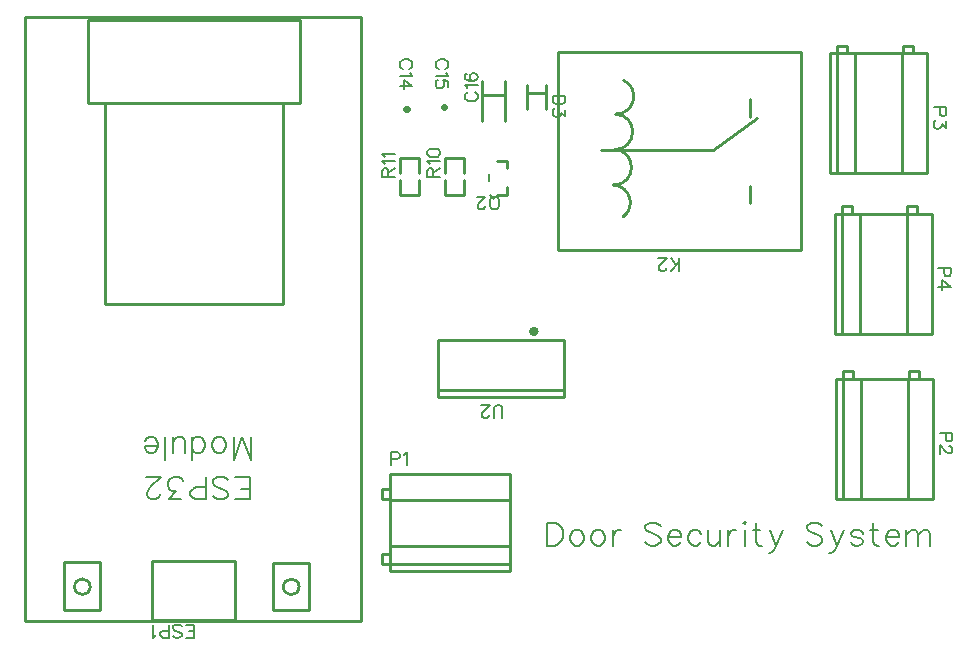
<source format=gto>
G04 Layer: TopSilkLayer*
G04 EasyEDA v6.4.20.6, 2021-07-28T17:52:38+05:30*
G04 7673a310b3b046d6880bcf56e2675785,cb7c4d428bdd4184835f340970a17a1a,10*
G04 Gerber Generator version 0.2*
G04 Scale: 100 percent, Rotated: No, Reflected: No *
G04 Dimensions in millimeters *
G04 leading zeros omitted , absolute positions ,4 integer and 5 decimal *
%FSLAX45Y45*%
%MOMM*%

%ADD10C,0.2540*%
%ADD22C,0.2000*%
%ADD23C,0.5588*%
%ADD24C,0.4000*%
%ADD25C,0.2032*%
%ADD26C,0.1524*%

%LPD*%
D25*
X7035800Y3392678D02*
G01*
X7035800Y3198876D01*
X7035800Y3392678D02*
G01*
X7100570Y3392678D01*
X7128256Y3383534D01*
X7146543Y3364992D01*
X7155941Y3346450D01*
X7165086Y3318763D01*
X7165086Y3272789D01*
X7155941Y3244850D01*
X7146543Y3226562D01*
X7128256Y3208020D01*
X7100570Y3198876D01*
X7035800Y3198876D01*
X7272274Y3328162D02*
G01*
X7253731Y3318763D01*
X7235190Y3300476D01*
X7226045Y3272789D01*
X7226045Y3254247D01*
X7235190Y3226562D01*
X7253731Y3208020D01*
X7272274Y3198876D01*
X7299959Y3198876D01*
X7318502Y3208020D01*
X7336790Y3226562D01*
X7346188Y3254247D01*
X7346188Y3272789D01*
X7336790Y3300476D01*
X7318502Y3318763D01*
X7299959Y3328162D01*
X7272274Y3328162D01*
X7453375Y3328162D02*
G01*
X7434834Y3318763D01*
X7416291Y3300476D01*
X7407147Y3272789D01*
X7407147Y3254247D01*
X7416291Y3226562D01*
X7434834Y3208020D01*
X7453375Y3198876D01*
X7481061Y3198876D01*
X7499350Y3208020D01*
X7517891Y3226562D01*
X7527290Y3254247D01*
X7527290Y3272789D01*
X7517891Y3300476D01*
X7499350Y3318763D01*
X7481061Y3328162D01*
X7453375Y3328162D01*
X7588250Y3328162D02*
G01*
X7588250Y3198876D01*
X7588250Y3272789D02*
G01*
X7597393Y3300476D01*
X7615936Y3318763D01*
X7634224Y3328162D01*
X7661909Y3328162D01*
X7994650Y3364992D02*
G01*
X7976108Y3383534D01*
X7948422Y3392678D01*
X7911338Y3392678D01*
X7883652Y3383534D01*
X7865109Y3364992D01*
X7865109Y3346450D01*
X7874508Y3328162D01*
X7883652Y3318763D01*
X7902193Y3309620D01*
X7957565Y3291078D01*
X7976108Y3281934D01*
X7985252Y3272789D01*
X7994650Y3254247D01*
X7994650Y3226562D01*
X7976108Y3208020D01*
X7948422Y3198876D01*
X7911338Y3198876D01*
X7883652Y3208020D01*
X7865109Y3226562D01*
X8055609Y3272789D02*
G01*
X8166354Y3272789D01*
X8166354Y3291078D01*
X8157209Y3309620D01*
X8147811Y3318763D01*
X8129270Y3328162D01*
X8101584Y3328162D01*
X8083295Y3318763D01*
X8064754Y3300476D01*
X8055609Y3272789D01*
X8055609Y3254247D01*
X8064754Y3226562D01*
X8083295Y3208020D01*
X8101584Y3198876D01*
X8129270Y3198876D01*
X8147811Y3208020D01*
X8166354Y3226562D01*
X8338058Y3300476D02*
G01*
X8319770Y3318763D01*
X8301227Y3328162D01*
X8273541Y3328162D01*
X8255000Y3318763D01*
X8236458Y3300476D01*
X8227313Y3272789D01*
X8227313Y3254247D01*
X8236458Y3226562D01*
X8255000Y3208020D01*
X8273541Y3198876D01*
X8301227Y3198876D01*
X8319770Y3208020D01*
X8338058Y3226562D01*
X8399018Y3328162D02*
G01*
X8399018Y3235705D01*
X8408415Y3208020D01*
X8426704Y3198876D01*
X8454390Y3198876D01*
X8472931Y3208020D01*
X8500618Y3235705D01*
X8500618Y3328162D02*
G01*
X8500618Y3198876D01*
X8561577Y3328162D02*
G01*
X8561577Y3198876D01*
X8561577Y3272789D02*
G01*
X8570975Y3300476D01*
X8589263Y3318763D01*
X8607806Y3328162D01*
X8635491Y3328162D01*
X8696452Y3392678D02*
G01*
X8705850Y3383534D01*
X8714993Y3392678D01*
X8705850Y3402076D01*
X8696452Y3392678D01*
X8705850Y3328162D02*
G01*
X8705850Y3198876D01*
X8803640Y3392678D02*
G01*
X8803640Y3235705D01*
X8812784Y3208020D01*
X8831325Y3198876D01*
X8849868Y3198876D01*
X8775954Y3328162D02*
G01*
X8840470Y3328162D01*
X8919972Y3328162D02*
G01*
X8975343Y3198876D01*
X9030970Y3328162D02*
G01*
X8975343Y3198876D01*
X8957056Y3161792D01*
X8938513Y3143250D01*
X8919972Y3134105D01*
X8910827Y3134105D01*
X9363456Y3364992D02*
G01*
X9344913Y3383534D01*
X9317227Y3392678D01*
X9280143Y3392678D01*
X9252458Y3383534D01*
X9234170Y3364992D01*
X9234170Y3346450D01*
X9243313Y3328162D01*
X9252458Y3318763D01*
X9271000Y3309620D01*
X9326372Y3291078D01*
X9344913Y3281934D01*
X9354058Y3272789D01*
X9363456Y3254247D01*
X9363456Y3226562D01*
X9344913Y3208020D01*
X9317227Y3198876D01*
X9280143Y3198876D01*
X9252458Y3208020D01*
X9234170Y3226562D01*
X9433559Y3328162D02*
G01*
X9488931Y3198876D01*
X9544304Y3328162D02*
G01*
X9488931Y3198876D01*
X9470390Y3161792D01*
X9452102Y3143250D01*
X9433559Y3134105D01*
X9424415Y3134105D01*
X9706863Y3300476D02*
G01*
X9697720Y3318763D01*
X9670034Y3328162D01*
X9642347Y3328162D01*
X9614661Y3318763D01*
X9605263Y3300476D01*
X9614661Y3281934D01*
X9632950Y3272789D01*
X9679177Y3263392D01*
X9697720Y3254247D01*
X9706863Y3235705D01*
X9706863Y3226562D01*
X9697720Y3208020D01*
X9670034Y3198876D01*
X9642347Y3198876D01*
X9614661Y3208020D01*
X9605263Y3226562D01*
X9795509Y3392678D02*
G01*
X9795509Y3235705D01*
X9804908Y3208020D01*
X9823450Y3198876D01*
X9841738Y3198876D01*
X9767824Y3328162D02*
G01*
X9832593Y3328162D01*
X9902697Y3272789D02*
G01*
X10013695Y3272789D01*
X10013695Y3291078D01*
X10004297Y3309620D01*
X9995154Y3318763D01*
X9976611Y3328162D01*
X9948925Y3328162D01*
X9930384Y3318763D01*
X9912095Y3300476D01*
X9902697Y3272789D01*
X9902697Y3254247D01*
X9912095Y3226562D01*
X9930384Y3208020D01*
X9948925Y3198876D01*
X9976611Y3198876D01*
X9995154Y3208020D01*
X10013695Y3226562D01*
X10074656Y3328162D02*
G01*
X10074656Y3198876D01*
X10074656Y3291078D02*
G01*
X10102341Y3318763D01*
X10120629Y3328162D01*
X10148570Y3328162D01*
X10166858Y3318763D01*
X10176256Y3291078D01*
X10176256Y3198876D01*
X10176256Y3291078D02*
G01*
X10203941Y3318763D01*
X10222229Y3328162D01*
X10250170Y3328162D01*
X10268458Y3318763D01*
X10277856Y3291078D01*
X10277856Y3198876D01*
D26*
X4040504Y2419985D02*
G01*
X4040504Y2528951D01*
X4040504Y2419985D02*
G01*
X3972940Y2419985D01*
X4040504Y2471801D02*
G01*
X3998849Y2471801D01*
X4040504Y2528951D02*
G01*
X3972940Y2528951D01*
X3866006Y2435479D02*
G01*
X3876420Y2425064D01*
X3891915Y2419985D01*
X3912743Y2419985D01*
X3928236Y2425064D01*
X3938650Y2435479D01*
X3938650Y2445893D01*
X3933570Y2456306D01*
X3928236Y2461640D01*
X3917822Y2466720D01*
X3886834Y2477135D01*
X3876420Y2482214D01*
X3871086Y2487548D01*
X3866006Y2497962D01*
X3866006Y2513456D01*
X3876420Y2523870D01*
X3891915Y2528951D01*
X3912743Y2528951D01*
X3928236Y2523870D01*
X3938650Y2513456D01*
X3831716Y2419985D02*
G01*
X3831716Y2528951D01*
X3831716Y2419985D02*
G01*
X3784981Y2419985D01*
X3769233Y2425064D01*
X3764152Y2430398D01*
X3758818Y2440812D01*
X3758818Y2456306D01*
X3764152Y2466720D01*
X3769233Y2471801D01*
X3784981Y2477135D01*
X3831716Y2477135D01*
X3724529Y2440812D02*
G01*
X3714115Y2435479D01*
X3698620Y2419985D01*
X3698620Y2528951D01*
D25*
X4514977Y3589146D02*
G01*
X4514977Y3783203D01*
X4514977Y3589146D02*
G01*
X4394834Y3589146D01*
X4514977Y3681603D02*
G01*
X4441063Y3681603D01*
X4514977Y3783203D02*
G01*
X4394834Y3783203D01*
X4204588Y3616832D02*
G01*
X4223131Y3598290D01*
X4250816Y3589146D01*
X4287647Y3589146D01*
X4315586Y3598290D01*
X4333875Y3616832D01*
X4333875Y3635375D01*
X4324731Y3653917D01*
X4315586Y3663061D01*
X4297045Y3672204D01*
X4241672Y3690746D01*
X4223131Y3699890D01*
X4213986Y3709288D01*
X4204588Y3727830D01*
X4204588Y3755517D01*
X4223131Y3773804D01*
X4250816Y3783203D01*
X4287647Y3783203D01*
X4315586Y3773804D01*
X4333875Y3755517D01*
X4143629Y3589146D02*
G01*
X4143629Y3783203D01*
X4143629Y3589146D02*
G01*
X4060570Y3589146D01*
X4032884Y3598290D01*
X4023486Y3607688D01*
X4014343Y3626230D01*
X4014343Y3653917D01*
X4023486Y3672204D01*
X4032884Y3681603D01*
X4060570Y3690746D01*
X4143629Y3690746D01*
X3934840Y3589146D02*
G01*
X3833240Y3589146D01*
X3888866Y3663061D01*
X3860927Y3663061D01*
X3842638Y3672204D01*
X3833240Y3681603D01*
X3824097Y3709288D01*
X3824097Y3727830D01*
X3833240Y3755517D01*
X3851783Y3773804D01*
X3879468Y3783203D01*
X3907154Y3783203D01*
X3934840Y3773804D01*
X3944238Y3764661D01*
X3953383Y3746119D01*
X3753993Y3635375D02*
G01*
X3753993Y3626230D01*
X3744595Y3607688D01*
X3735450Y3598290D01*
X3716909Y3589146D01*
X3680079Y3589146D01*
X3661536Y3598290D01*
X3652393Y3607688D01*
X3642995Y3626230D01*
X3642995Y3644519D01*
X3652393Y3663061D01*
X3670681Y3690746D01*
X3763136Y3783203D01*
X3633850Y3783203D01*
X4526915Y3920617D02*
G01*
X4526915Y4114419D01*
X4526915Y3920617D02*
G01*
X4453000Y4114419D01*
X4379086Y3920617D02*
G01*
X4453000Y4114419D01*
X4379086Y3920617D02*
G01*
X4379086Y4114419D01*
X4272152Y3985132D02*
G01*
X4290440Y3994530D01*
X4308983Y4012819D01*
X4318127Y4040504D01*
X4318127Y4059046D01*
X4308983Y4086732D01*
X4290440Y4105275D01*
X4272152Y4114419D01*
X4244466Y4114419D01*
X4225925Y4105275D01*
X4207383Y4086732D01*
X4198238Y4059046D01*
X4198238Y4040504D01*
X4207383Y4012819D01*
X4225925Y3994530D01*
X4244466Y3985132D01*
X4272152Y3985132D01*
X4026281Y3920617D02*
G01*
X4026281Y4114419D01*
X4026281Y4012819D02*
G01*
X4044822Y3994530D01*
X4063365Y3985132D01*
X4091050Y3985132D01*
X4109593Y3994530D01*
X4127881Y4012819D01*
X4137279Y4040504D01*
X4137279Y4059046D01*
X4127881Y4086732D01*
X4109593Y4105275D01*
X4091050Y4114419D01*
X4063365Y4114419D01*
X4044822Y4105275D01*
X4026281Y4086732D01*
X3965320Y3985132D02*
G01*
X3965320Y4077588D01*
X3956177Y4105275D01*
X3937634Y4114419D01*
X3909949Y4114419D01*
X3891406Y4105275D01*
X3863720Y4077588D01*
X3863720Y3985132D02*
G01*
X3863720Y4114419D01*
X3802761Y3920617D02*
G01*
X3802761Y4114419D01*
X3741800Y4040504D02*
G01*
X3631056Y4040504D01*
X3631056Y4022217D01*
X3640200Y4003675D01*
X3649599Y3994530D01*
X3667886Y3985132D01*
X3695827Y3985132D01*
X3714115Y3994530D01*
X3732656Y4012819D01*
X3741800Y4040504D01*
X3741800Y4059046D01*
X3732656Y4086732D01*
X3714115Y4105275D01*
X3695827Y4114419D01*
X3667886Y4114419D01*
X3649599Y4105275D01*
X3631056Y4086732D01*
D26*
X5715000Y3988815D02*
G01*
X5715000Y3879850D01*
X5715000Y3988815D02*
G01*
X5761736Y3988815D01*
X5777229Y3983736D01*
X5782563Y3978402D01*
X5787643Y3967987D01*
X5787643Y3952494D01*
X5782563Y3942079D01*
X5777229Y3937000D01*
X5761736Y3931665D01*
X5715000Y3931665D01*
X5821934Y3967987D02*
G01*
X5832347Y3973321D01*
X5848095Y3988815D01*
X5848095Y3879850D01*
X10465815Y4152900D02*
G01*
X10356850Y4152900D01*
X10465815Y4152900D02*
G01*
X10465815Y4106163D01*
X10460736Y4090670D01*
X10455402Y4085336D01*
X10444988Y4080255D01*
X10429493Y4080255D01*
X10419079Y4085336D01*
X10414000Y4090670D01*
X10408665Y4106163D01*
X10408665Y4152900D01*
X10439908Y4040631D02*
G01*
X10444988Y4040631D01*
X10455402Y4035552D01*
X10460736Y4030218D01*
X10465815Y4019804D01*
X10465815Y3999229D01*
X10460736Y3988815D01*
X10455402Y3983481D01*
X10444988Y3978402D01*
X10434574Y3978402D01*
X10424159Y3983481D01*
X10408665Y3993895D01*
X10356850Y4045965D01*
X10356850Y3973068D01*
X10415015Y6908800D02*
G01*
X10306050Y6908800D01*
X10415015Y6908800D02*
G01*
X10415015Y6862063D01*
X10409936Y6846570D01*
X10404602Y6841236D01*
X10394188Y6836155D01*
X10378693Y6836155D01*
X10368279Y6841236D01*
X10363200Y6846570D01*
X10357865Y6862063D01*
X10357865Y6908800D01*
X10415015Y6791452D02*
G01*
X10415015Y6734302D01*
X10373359Y6765289D01*
X10373359Y6749795D01*
X10368279Y6739381D01*
X10363200Y6734302D01*
X10347452Y6728968D01*
X10337038Y6728968D01*
X10321543Y6734302D01*
X10311129Y6744715D01*
X10306050Y6760210D01*
X10306050Y6775704D01*
X10311129Y6791452D01*
X10316209Y6796531D01*
X10326624Y6801865D01*
X10453115Y5549900D02*
G01*
X10344150Y5549900D01*
X10453115Y5549900D02*
G01*
X10453115Y5503163D01*
X10448036Y5487670D01*
X10442702Y5482336D01*
X10432288Y5477255D01*
X10416793Y5477255D01*
X10406379Y5482336D01*
X10401300Y5487670D01*
X10395965Y5503163D01*
X10395965Y5549900D01*
X10453115Y5390895D02*
G01*
X10380472Y5442965D01*
X10380472Y5364987D01*
X10453115Y5390895D02*
G01*
X10344150Y5390895D01*
X8154212Y5523814D02*
G01*
X8154212Y5632780D01*
X8081568Y5523814D02*
G01*
X8154212Y5596458D01*
X8128304Y5570550D02*
G01*
X8081568Y5632780D01*
X8041944Y5549722D02*
G01*
X8041944Y5544642D01*
X8036864Y5534228D01*
X8031530Y5528894D01*
X8021116Y5523814D01*
X8000542Y5523814D01*
X7990128Y5528894D01*
X7984794Y5534228D01*
X7979714Y5544642D01*
X7979714Y5555056D01*
X7984794Y5565470D01*
X7995208Y5580964D01*
X8047278Y5632780D01*
X7974380Y5632780D01*
X6654800Y4278884D02*
G01*
X6654800Y4356862D01*
X6649720Y4372355D01*
X6639306Y4382770D01*
X6623558Y4387850D01*
X6613143Y4387850D01*
X6597650Y4382770D01*
X6587236Y4372355D01*
X6582156Y4356862D01*
X6582156Y4278884D01*
X6542531Y4304792D02*
G01*
X6542531Y4299712D01*
X6537452Y4289297D01*
X6532118Y4283963D01*
X6521704Y4278884D01*
X6501129Y4278884D01*
X6490715Y4283963D01*
X6485381Y4289297D01*
X6480302Y4299712D01*
X6480302Y4310126D01*
X6485381Y4320539D01*
X6495795Y4336034D01*
X6547865Y4387850D01*
X6474968Y4387850D01*
X6362191Y7037565D02*
G01*
X6351777Y7032231D01*
X6341363Y7021817D01*
X6336284Y7011657D01*
X6336284Y6990829D01*
X6341363Y6980415D01*
X6351777Y6970001D01*
X6362191Y6964667D01*
X6377940Y6959587D01*
X6403847Y6959587D01*
X6419341Y6964667D01*
X6429756Y6970001D01*
X6440170Y6980415D01*
X6445250Y6990829D01*
X6445250Y7011657D01*
X6440170Y7021817D01*
X6429756Y7032231D01*
X6419341Y7037565D01*
X6357111Y7071855D02*
G01*
X6351777Y7082269D01*
X6336284Y7097763D01*
X6445250Y7097763D01*
X6351777Y7194537D02*
G01*
X6341363Y7189203D01*
X6336284Y7173709D01*
X6336284Y7163295D01*
X6341363Y7147547D01*
X6357111Y7137387D01*
X6383020Y7132053D01*
X6408927Y7132053D01*
X6429756Y7137387D01*
X6440170Y7147547D01*
X6445250Y7163295D01*
X6445250Y7168375D01*
X6440170Y7184123D01*
X6429756Y7194537D01*
X6414261Y7199617D01*
X6408927Y7199617D01*
X6393434Y7194537D01*
X6383020Y7184123D01*
X6377940Y7168375D01*
X6377940Y7163295D01*
X6383020Y7147547D01*
X6393434Y7137387D01*
X6408927Y7132053D01*
X7189190Y7006104D02*
G01*
X7080224Y7006104D01*
X7189190Y7006104D02*
G01*
X7189190Y6969782D01*
X7184110Y6954034D01*
X7173696Y6943874D01*
X7163282Y6938540D01*
X7147534Y6933460D01*
X7121626Y6933460D01*
X7106132Y6938540D01*
X7095718Y6943874D01*
X7085304Y6954034D01*
X7080224Y6969782D01*
X7080224Y7006104D01*
X7189190Y6888756D02*
G01*
X7189190Y6831606D01*
X7147534Y6862594D01*
X7147534Y6847100D01*
X7142454Y6836686D01*
X7137374Y6831606D01*
X7121626Y6826272D01*
X7111212Y6826272D01*
X7095718Y6831606D01*
X7085304Y6842020D01*
X7080224Y6857514D01*
X7080224Y6873008D01*
X7085304Y6888756D01*
X7090384Y6893836D01*
X7100798Y6899170D01*
X6598158Y6044184D02*
G01*
X6608572Y6049263D01*
X6618986Y6059678D01*
X6624320Y6070092D01*
X6629400Y6085839D01*
X6629400Y6111747D01*
X6624320Y6127242D01*
X6618986Y6137655D01*
X6608572Y6148070D01*
X6598158Y6153150D01*
X6577329Y6153150D01*
X6567170Y6148070D01*
X6556756Y6137655D01*
X6551422Y6127242D01*
X6546341Y6111747D01*
X6546341Y6085839D01*
X6551422Y6070092D01*
X6556756Y6059678D01*
X6567170Y6049263D01*
X6577329Y6044184D01*
X6598158Y6044184D01*
X6582663Y6132576D02*
G01*
X6551422Y6163563D01*
X6506718Y6070092D02*
G01*
X6506718Y6065012D01*
X6501638Y6054597D01*
X6496304Y6049263D01*
X6485890Y6044184D01*
X6465315Y6044184D01*
X6454902Y6049263D01*
X6449568Y6054597D01*
X6444488Y6065012D01*
X6444488Y6075426D01*
X6449568Y6085839D01*
X6459981Y6101334D01*
X6512052Y6153150D01*
X6439154Y6153150D01*
X5637784Y6319707D02*
G01*
X5746750Y6319707D01*
X5637784Y6319707D02*
G01*
X5637784Y6366443D01*
X5642863Y6381937D01*
X5648197Y6387271D01*
X5658611Y6392351D01*
X5669025Y6392351D01*
X5679440Y6387271D01*
X5684520Y6381937D01*
X5689600Y6366443D01*
X5689600Y6319707D01*
X5689600Y6356029D02*
G01*
X5746750Y6392351D01*
X5658611Y6426641D02*
G01*
X5653277Y6437055D01*
X5637784Y6452803D01*
X5746750Y6452803D01*
X5658611Y6487093D02*
G01*
X5653277Y6497507D01*
X5637784Y6513001D01*
X5746750Y6513001D01*
X6018784Y6319707D02*
G01*
X6127750Y6319707D01*
X6018784Y6319707D02*
G01*
X6018784Y6366443D01*
X6023863Y6381937D01*
X6029197Y6387271D01*
X6039611Y6392351D01*
X6050025Y6392351D01*
X6060440Y6387271D01*
X6065520Y6381937D01*
X6070600Y6366443D01*
X6070600Y6319707D01*
X6070600Y6356029D02*
G01*
X6127750Y6392351D01*
X6039611Y6426641D02*
G01*
X6034277Y6437055D01*
X6018784Y6452803D01*
X6127750Y6452803D01*
X6018784Y6518081D02*
G01*
X6023863Y6502587D01*
X6039611Y6492173D01*
X6065520Y6487093D01*
X6081013Y6487093D01*
X6107175Y6492173D01*
X6122670Y6502587D01*
X6127750Y6518081D01*
X6127750Y6528495D01*
X6122670Y6544243D01*
X6107175Y6554657D01*
X6081013Y6559737D01*
X6065520Y6559737D01*
X6039611Y6554657D01*
X6023863Y6544243D01*
X6018784Y6528495D01*
X6018784Y6518081D01*
X6172708Y7237221D02*
G01*
X6183122Y7242555D01*
X6193536Y7252970D01*
X6198615Y7263129D01*
X6198615Y7283958D01*
X6193536Y7294371D01*
X6183122Y7304786D01*
X6172708Y7310120D01*
X6156959Y7315200D01*
X6131052Y7315200D01*
X6115558Y7310120D01*
X6105143Y7304786D01*
X6094729Y7294371D01*
X6089650Y7283958D01*
X6089650Y7263129D01*
X6094729Y7252970D01*
X6105143Y7242555D01*
X6115558Y7237221D01*
X6177788Y7202931D02*
G01*
X6183122Y7192518D01*
X6198615Y7177023D01*
X6089650Y7177023D01*
X6198615Y7080250D02*
G01*
X6198615Y7132320D01*
X6151879Y7137400D01*
X6156959Y7132320D01*
X6162293Y7116826D01*
X6162293Y7101078D01*
X6156959Y7085584D01*
X6146800Y7075170D01*
X6131052Y7070089D01*
X6120638Y7070089D01*
X6105143Y7075170D01*
X6094729Y7085584D01*
X6089650Y7101078D01*
X6089650Y7116826D01*
X6094729Y7132320D01*
X6099809Y7137400D01*
X6110224Y7142734D01*
X5867908Y7237221D02*
G01*
X5878322Y7242555D01*
X5888736Y7252970D01*
X5893815Y7263129D01*
X5893815Y7283958D01*
X5888736Y7294371D01*
X5878322Y7304786D01*
X5867908Y7310120D01*
X5852159Y7315200D01*
X5826252Y7315200D01*
X5810758Y7310120D01*
X5800343Y7304786D01*
X5789929Y7294371D01*
X5784850Y7283958D01*
X5784850Y7263129D01*
X5789929Y7252970D01*
X5800343Y7242555D01*
X5810758Y7237221D01*
X5872988Y7202931D02*
G01*
X5878322Y7192518D01*
X5893815Y7177023D01*
X5784850Y7177023D01*
X5893815Y7090663D02*
G01*
X5821172Y7142734D01*
X5821172Y7064755D01*
X5893815Y7090663D02*
G01*
X5784850Y7090663D01*
D10*
X5015306Y2654833D02*
G01*
X4715306Y2654833D01*
X4715306Y3054832D01*
X5015306Y3054832D01*
X5015306Y2654833D01*
X4945811Y6948195D02*
G01*
X3145815Y6948195D01*
X3145815Y7648194D01*
X4945811Y7648194D01*
X4945811Y6948195D01*
X4793995Y5246827D02*
G01*
X3293999Y5246827D01*
X3293999Y6946823D01*
X4793995Y6946823D01*
X4793995Y5246827D01*
X4390136Y2564587D02*
G01*
X3690137Y2564587D01*
X3690137Y3064586D01*
X4390136Y3064586D01*
X4390136Y2564587D01*
X3246856Y2655570D02*
G01*
X2946857Y2655570D01*
X2946857Y3055569D01*
X3246856Y3055569D01*
X3246856Y2655570D01*
X5461254Y2561920D02*
G01*
X2611247Y2561920D01*
X2611247Y7670952D01*
X5461254Y7670952D01*
X5461254Y2561920D01*
X5702300Y3124200D02*
G01*
X5638800Y3124200D01*
X5638800Y3038518D01*
X5702300Y3038518D01*
X5702300Y3679781D02*
G01*
X5638800Y3679781D01*
X5638800Y3594100D01*
X5702300Y3594100D01*
X5702300Y3039219D02*
G01*
X6718300Y3039219D01*
X5702300Y3191619D02*
G01*
X6718300Y3191619D01*
X5702300Y3587856D02*
G01*
X6718300Y3587856D01*
X5702300Y2980903D02*
G01*
X6718300Y2980903D01*
X6718300Y3800896D02*
G01*
X6718300Y2980903D01*
X5702300Y3800896D02*
G01*
X5702300Y2980903D01*
X5702300Y3800896D02*
G01*
X6718300Y3800896D01*
X9626600Y4610100D02*
G01*
X9626600Y4673600D01*
X9540918Y4673600D01*
X9540918Y4610100D01*
X10182181Y4610100D02*
G01*
X10182181Y4673600D01*
X10096500Y4673600D01*
X10096500Y4610100D01*
X9541619Y4610100D02*
G01*
X9541619Y3594100D01*
X9694019Y4610100D02*
G01*
X9694019Y3594100D01*
X10090256Y4610100D02*
G01*
X10090256Y3594100D01*
X9483303Y4610100D02*
G01*
X9483303Y3594100D01*
X10303296Y3594100D02*
G01*
X9483303Y3594100D01*
X10303296Y4610100D02*
G01*
X9483303Y4610100D01*
X10303296Y4610100D02*
G01*
X10303296Y3594100D01*
X9575800Y7366000D02*
G01*
X9575800Y7429500D01*
X9490118Y7429500D01*
X9490118Y7366000D01*
X10131381Y7366000D02*
G01*
X10131381Y7429500D01*
X10045700Y7429500D01*
X10045700Y7366000D01*
X9490819Y7366000D02*
G01*
X9490819Y6350000D01*
X9643219Y7366000D02*
G01*
X9643219Y6350000D01*
X10039456Y7366000D02*
G01*
X10039456Y6350000D01*
X9432503Y7366000D02*
G01*
X9432503Y6350000D01*
X10252496Y6350000D02*
G01*
X9432503Y6350000D01*
X10252496Y7366000D02*
G01*
X9432503Y7366000D01*
X10252496Y7366000D02*
G01*
X10252496Y6350000D01*
X9613900Y6007100D02*
G01*
X9613900Y6070600D01*
X9528218Y6070600D01*
X9528218Y6007100D01*
X10169481Y6007100D02*
G01*
X10169481Y6070600D01*
X10083800Y6070600D01*
X10083800Y6007100D01*
X9528919Y6007100D02*
G01*
X9528919Y4991100D01*
X9681319Y6007100D02*
G01*
X9681319Y4991100D01*
X10077556Y6007100D02*
G01*
X10077556Y4991100D01*
X9470603Y6007100D02*
G01*
X9470603Y4991100D01*
X10290596Y4991100D02*
G01*
X9470603Y4991100D01*
X10290596Y6007100D02*
G01*
X9470603Y6007100D01*
X10290596Y6007100D02*
G01*
X10290596Y4991100D01*
X9179262Y7380488D02*
G01*
X7129264Y7380488D01*
X8749162Y6100488D02*
G01*
X8749093Y6240487D01*
X8749162Y6980486D02*
G01*
X8749093Y6830479D01*
X7489164Y6548640D02*
G01*
X8434793Y6548640D01*
X8809113Y6820496D01*
X9179262Y5700486D02*
G01*
X7129264Y5700486D01*
X9179262Y5700486D02*
G01*
X9179262Y7380488D01*
X7129264Y5700486D02*
G01*
X7129261Y7380488D01*
X7174199Y4459391D02*
G01*
X6114003Y4459391D01*
X6114003Y4939197D01*
X7174199Y4939197D01*
X7174199Y4459899D01*
X7174199Y4459391D01*
X6114105Y4519302D02*
G01*
X7174097Y4519302D01*
X6478600Y6789587D02*
G01*
X6478600Y7129586D01*
X6678599Y6789587D02*
G01*
X6678599Y7129586D01*
X6478600Y7014329D02*
G01*
X6678599Y7014329D01*
X7026899Y7097699D02*
G01*
X7026899Y6897700D01*
X6866900Y7097699D02*
G01*
X6866900Y6897700D01*
X7026899Y7032823D02*
G01*
X6866900Y7032823D01*
X6612890Y6457899D02*
G01*
X6694398Y6457899D01*
X6694398Y6391910D01*
X6694398Y6231889D02*
G01*
X6694398Y6165900D01*
X6694398Y6231889D01*
X6694398Y6165900D01*
X6612890Y6165900D01*
D22*
X6539407Y6341897D02*
G01*
X6539407Y6281902D01*
D10*
X5787397Y6169604D02*
G01*
X5947402Y6169604D01*
X5946891Y6354665D02*
G01*
X5946891Y6479661D01*
X5786887Y6354665D02*
G01*
X5786887Y6479661D01*
X5947402Y6294607D02*
G01*
X5947402Y6169604D01*
X5787397Y6294607D02*
G01*
X5787397Y6169604D01*
X5786887Y6479661D02*
G01*
X5946891Y6479661D01*
X6168397Y6169604D02*
G01*
X6328402Y6169604D01*
X6327891Y6354665D02*
G01*
X6327891Y6479661D01*
X6167887Y6354665D02*
G01*
X6167887Y6479661D01*
X6328402Y6294607D02*
G01*
X6328402Y6169604D01*
X6168397Y6294607D02*
G01*
X6168397Y6169604D01*
X6167887Y6479661D02*
G01*
X6327891Y6479661D01*
D23*
X6162040Y6908800D02*
G01*
X6156959Y6908800D01*
X5844540Y6896100D02*
G01*
X5839459Y6896100D01*
D10*
G75*
G01*
X7605078Y6551867D02*
G02*
X7595172Y6251892I-7393J-149907D01*
G75*
G01*
X7614983Y6851841D02*
G02*
X7605078Y6551867I-7392J-149907D01*
G75*
G01*
X7599164Y6250488D02*
G02*
X7679881Y5983465I-9406J-148554D01*
G75*
G01*
X7681943Y7137578D02*
G02*
X7615110Y6851891I-64506J-135570D01*
D24*
G75*
G01*
X6921099Y4991799D02*
G03*
X6920845Y4991799I-127J19999D01*
D10*
G75*
G01
X4933899Y2849067D02*
G03X4933899Y2849067I-66243J0D01*
G75*
G01
X3165475Y2849829D02*
G03X3165475Y2849829I-66243J0D01*
M02*

</source>
